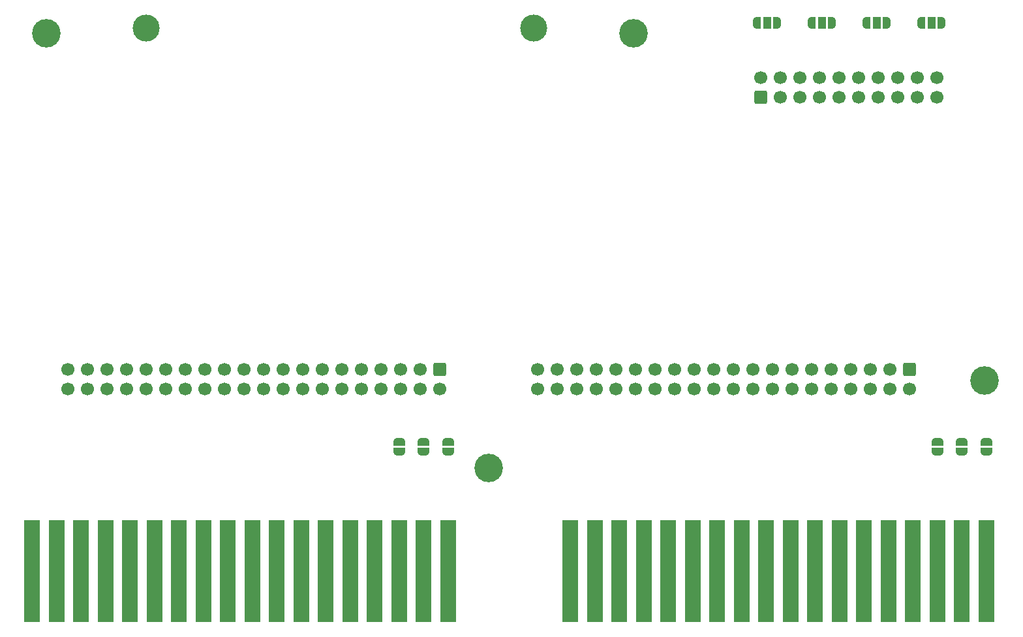
<source format=gbr>
%TF.GenerationSoftware,KiCad,Pcbnew,6.0.11+dfsg-1*%
%TF.CreationDate,2024-06-30T22:37:57-05:00*%
%TF.ProjectId,backplane_tracer,6261636b-706c-4616-9e65-5f7472616365,rev?*%
%TF.SameCoordinates,Original*%
%TF.FileFunction,Soldermask,Bot*%
%TF.FilePolarity,Negative*%
%FSLAX46Y46*%
G04 Gerber Fmt 4.6, Leading zero omitted, Abs format (unit mm)*
G04 Created by KiCad (PCBNEW 6.0.11+dfsg-1) date 2024-06-30 22:37:57*
%MOMM*%
%LPD*%
G01*
G04 APERTURE LIST*
G04 Aperture macros list*
%AMRoundRect*
0 Rectangle with rounded corners*
0 $1 Rounding radius*
0 $2 $3 $4 $5 $6 $7 $8 $9 X,Y pos of 4 corners*
0 Add a 4 corners polygon primitive as box body*
4,1,4,$2,$3,$4,$5,$6,$7,$8,$9,$2,$3,0*
0 Add four circle primitives for the rounded corners*
1,1,$1+$1,$2,$3*
1,1,$1+$1,$4,$5*
1,1,$1+$1,$6,$7*
1,1,$1+$1,$8,$9*
0 Add four rect primitives between the rounded corners*
20,1,$1+$1,$2,$3,$4,$5,0*
20,1,$1+$1,$4,$5,$6,$7,0*
20,1,$1+$1,$6,$7,$8,$9,0*
20,1,$1+$1,$8,$9,$2,$3,0*%
%AMFreePoly0*
4,1,22,0.550000,-0.750000,0.000000,-0.750000,0.000000,-0.745033,-0.079941,-0.743568,-0.215256,-0.701293,-0.333266,-0.622738,-0.424486,-0.514219,-0.481581,-0.384460,-0.499164,-0.250000,-0.500000,-0.250000,-0.500000,0.250000,-0.499164,0.250000,-0.499963,0.256109,-0.478152,0.396186,-0.417904,0.524511,-0.324060,0.630769,-0.204165,0.706417,-0.067858,0.745374,0.000000,0.744959,0.000000,0.750000,
0.550000,0.750000,0.550000,-0.750000,0.550000,-0.750000,$1*%
%AMFreePoly1*
4,1,20,0.000000,0.744959,0.073905,0.744508,0.209726,0.703889,0.328688,0.626782,0.421226,0.519385,0.479903,0.390333,0.500000,0.250000,0.500000,-0.250000,0.499851,-0.262216,0.476331,-0.402017,0.414519,-0.529596,0.319384,-0.634700,0.198574,-0.708877,0.061801,-0.746166,0.000000,-0.745033,0.000000,-0.750000,-0.550000,-0.750000,-0.550000,0.750000,0.000000,0.750000,0.000000,0.744959,
0.000000,0.744959,$1*%
%AMFreePoly2*
4,1,22,0.500000,-0.750000,0.000000,-0.750000,0.000000,-0.745033,-0.079941,-0.743568,-0.215256,-0.701293,-0.333266,-0.622738,-0.424486,-0.514219,-0.481581,-0.384460,-0.499164,-0.250000,-0.500000,-0.250000,-0.500000,0.250000,-0.499164,0.250000,-0.499963,0.256109,-0.478152,0.396186,-0.417904,0.524511,-0.324060,0.630769,-0.204165,0.706417,-0.067858,0.745374,0.000000,0.744959,0.000000,0.750000,
0.500000,0.750000,0.500000,-0.750000,0.500000,-0.750000,$1*%
%AMFreePoly3*
4,1,20,0.000000,0.744959,0.073905,0.744508,0.209726,0.703889,0.328688,0.626782,0.421226,0.519385,0.479903,0.390333,0.500000,0.250000,0.500000,-0.250000,0.499851,-0.262216,0.476331,-0.402017,0.414519,-0.529596,0.319384,-0.634700,0.198574,-0.708877,0.061801,-0.746166,0.000000,-0.745033,0.000000,-0.750000,-0.500000,-0.750000,-0.500000,0.750000,0.000000,0.750000,0.000000,0.744959,
0.000000,0.744959,$1*%
G04 Aperture macros list end*
%ADD10C,3.700000*%
%ADD11RoundRect,0.250000X-0.600000X0.600000X-0.600000X-0.600000X0.600000X-0.600000X0.600000X0.600000X0*%
%ADD12C,1.700000*%
%ADD13C,3.500000*%
%ADD14RoundRect,0.250000X0.600000X-0.600000X0.600000X0.600000X-0.600000X0.600000X-0.600000X-0.600000X0*%
%ADD15R,2.032000X13.208000*%
%ADD16FreePoly0,0.000000*%
%ADD17R,1.000000X1.500000*%
%ADD18FreePoly1,0.000000*%
%ADD19FreePoly2,90.000000*%
%ADD20FreePoly3,90.000000*%
G04 APERTURE END LIST*
D10*
%TO.C,H3*%
X151384000Y-63500000D03*
%TD*%
%TO.C,H6*%
X132588000Y-119888000D03*
%TD*%
D11*
%TO.C,J2*%
X187198000Y-107070500D03*
D12*
X187198000Y-109610500D03*
X184658000Y-107070500D03*
X184658000Y-109610500D03*
X182118000Y-107070500D03*
X182118000Y-109610500D03*
X179578000Y-107070500D03*
X179578000Y-109610500D03*
X177038000Y-107070500D03*
X177038000Y-109610500D03*
X174498000Y-107070500D03*
X174498000Y-109610500D03*
X171958000Y-107070500D03*
X171958000Y-109610500D03*
X169418000Y-107070500D03*
X169418000Y-109610500D03*
X166878000Y-107070500D03*
X166878000Y-109610500D03*
X164338000Y-107070500D03*
X164338000Y-109610500D03*
X161798000Y-107070500D03*
X161798000Y-109610500D03*
X159258000Y-107070500D03*
X159258000Y-109610500D03*
X156718000Y-107070500D03*
X156718000Y-109610500D03*
X154178000Y-107070500D03*
X154178000Y-109610500D03*
X151638000Y-107070500D03*
X151638000Y-109610500D03*
X149098000Y-107070500D03*
X149098000Y-109610500D03*
X146558000Y-107070500D03*
X146558000Y-109610500D03*
X144018000Y-107070500D03*
X144018000Y-109610500D03*
X141478000Y-107070500D03*
X141478000Y-109610500D03*
X138938000Y-107070500D03*
X138938000Y-109610500D03*
%TD*%
D13*
%TO.C,H1*%
X138430000Y-62839600D03*
%TD*%
D11*
%TO.C,J3*%
X126238000Y-107070500D03*
D12*
X126238000Y-109610500D03*
X123698000Y-107070500D03*
X123698000Y-109610500D03*
X121158000Y-107070500D03*
X121158000Y-109610500D03*
X118618000Y-107070500D03*
X118618000Y-109610500D03*
X116078000Y-107070500D03*
X116078000Y-109610500D03*
X113538000Y-107070500D03*
X113538000Y-109610500D03*
X110998000Y-107070500D03*
X110998000Y-109610500D03*
X108458000Y-107070500D03*
X108458000Y-109610500D03*
X105918000Y-107070500D03*
X105918000Y-109610500D03*
X103378000Y-107070500D03*
X103378000Y-109610500D03*
X100838000Y-107070500D03*
X100838000Y-109610500D03*
X98298000Y-107070500D03*
X98298000Y-109610500D03*
X95758000Y-107070500D03*
X95758000Y-109610500D03*
X93218000Y-107070500D03*
X93218000Y-109610500D03*
X90678000Y-107070500D03*
X90678000Y-109610500D03*
X88138000Y-107070500D03*
X88138000Y-109610500D03*
X85598000Y-107070500D03*
X85598000Y-109610500D03*
X83058000Y-107070500D03*
X83058000Y-109610500D03*
X80518000Y-107070500D03*
X80518000Y-109610500D03*
X77978000Y-107070500D03*
X77978000Y-109610500D03*
%TD*%
D14*
%TO.C,J1*%
X167894000Y-71755000D03*
D12*
X167894000Y-69215000D03*
X170434000Y-71755000D03*
X170434000Y-69215000D03*
X172974000Y-71755000D03*
X172974000Y-69215000D03*
X175514000Y-71755000D03*
X175514000Y-69215000D03*
X178054000Y-71755000D03*
X178054000Y-69215000D03*
X180594000Y-71755000D03*
X180594000Y-69215000D03*
X183134000Y-71755000D03*
X183134000Y-69215000D03*
X185674000Y-71755000D03*
X185674000Y-69215000D03*
X188214000Y-71755000D03*
X188214000Y-69215000D03*
X190754000Y-71755000D03*
X190754000Y-69215000D03*
%TD*%
D10*
%TO.C,H5*%
X75184000Y-63500000D03*
%TD*%
D13*
%TO.C,H2*%
X88138000Y-62839600D03*
%TD*%
D15*
%TO.C,J4*%
X197154800Y-133223000D03*
X193979800Y-133223000D03*
X190804800Y-133223000D03*
X187629800Y-133223000D03*
X184454800Y-133223000D03*
X181279800Y-133223000D03*
X178104800Y-133223000D03*
X174929800Y-133223000D03*
X171754800Y-133223000D03*
X168579800Y-133223000D03*
X165404800Y-133223000D03*
X162229800Y-133223000D03*
X159054800Y-133223000D03*
X155879800Y-133223000D03*
X152704800Y-133223000D03*
X149529800Y-133223000D03*
X146354800Y-133223000D03*
X143179800Y-133223000D03*
X127304800Y-133223000D03*
X124129800Y-133223000D03*
X120954800Y-133223000D03*
X117779800Y-133223000D03*
X114604800Y-133223000D03*
X111429800Y-133223000D03*
X108254800Y-133223000D03*
X105079800Y-133223000D03*
X101904800Y-133223000D03*
X98729800Y-133223000D03*
X95554800Y-133223000D03*
X92379800Y-133223000D03*
X89204800Y-133223000D03*
X86029800Y-133223000D03*
X82854800Y-133223000D03*
X79679800Y-133223000D03*
X76504800Y-133223000D03*
X73329800Y-133223000D03*
%TD*%
D10*
%TO.C,H4*%
X196875400Y-108508800D03*
%TD*%
D16*
%TO.C,JP2*%
X181610000Y-62103000D03*
D17*
X182910000Y-62103000D03*
D18*
X184210000Y-62103000D03*
%TD*%
D19*
%TO.C,JP15*%
X193979800Y-117744000D03*
D20*
X193979800Y-116444000D03*
%TD*%
D19*
%TO.C,JP17*%
X127304800Y-117744000D03*
D20*
X127304800Y-116444000D03*
%TD*%
D16*
%TO.C,JP1*%
X188722000Y-62103000D03*
D17*
X190022000Y-62103000D03*
D18*
X191322000Y-62103000D03*
%TD*%
D19*
%TO.C,JP18*%
X124129800Y-117744000D03*
D20*
X124129800Y-116444000D03*
%TD*%
D19*
%TO.C,JP16*%
X190804800Y-117744000D03*
D20*
X190804800Y-116444000D03*
%TD*%
D16*
%TO.C,JP4*%
X167386000Y-62103000D03*
D17*
X168686000Y-62103000D03*
D18*
X169986000Y-62103000D03*
%TD*%
D19*
%TO.C,JP19*%
X120954800Y-117744000D03*
D20*
X120954800Y-116444000D03*
%TD*%
D19*
%TO.C,JP14*%
X197154800Y-117744000D03*
D20*
X197154800Y-116444000D03*
%TD*%
D16*
%TO.C,JP3*%
X174498000Y-62103000D03*
D17*
X175798000Y-62103000D03*
D18*
X177098000Y-62103000D03*
%TD*%
M02*

</source>
